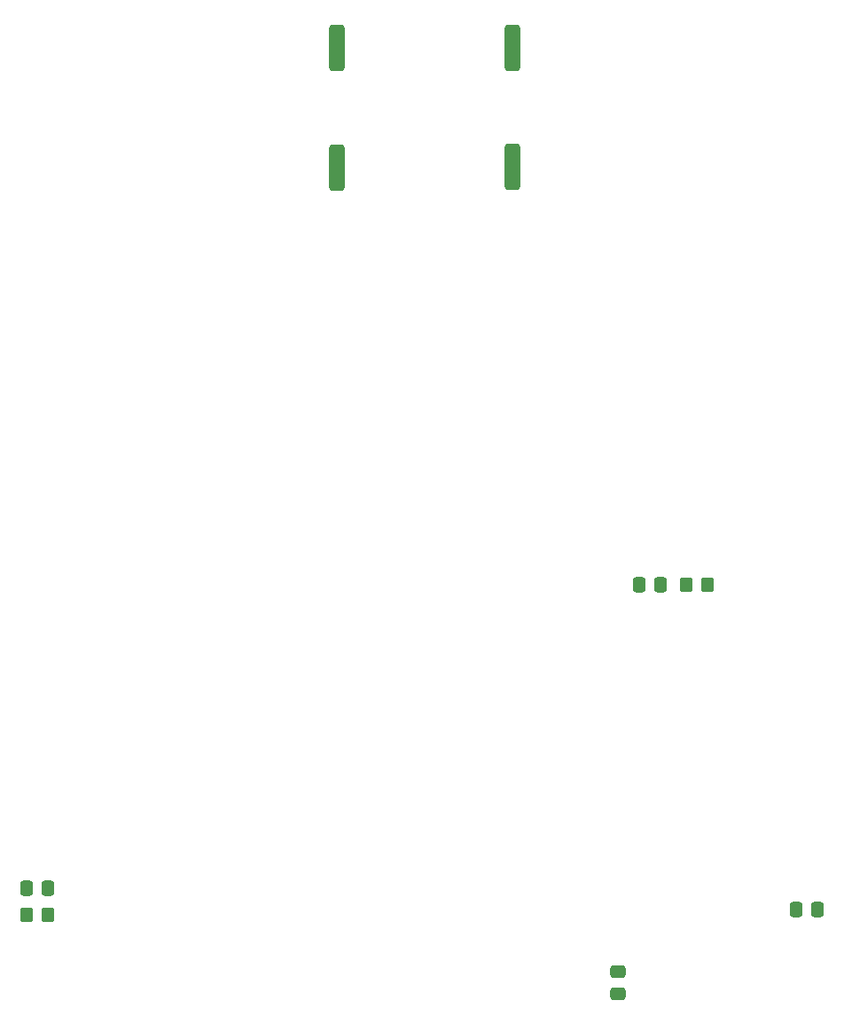
<source format=gtp>
G04 #@! TF.GenerationSoftware,KiCad,Pcbnew,(6.0.10)*
G04 #@! TF.CreationDate,2023-01-23T20:19:36+00:00*
G04 #@! TF.ProjectId,MaxDC,4d617844-432e-46b6-9963-61645f706362,rev?*
G04 #@! TF.SameCoordinates,Original*
G04 #@! TF.FileFunction,Paste,Top*
G04 #@! TF.FilePolarity,Positive*
%FSLAX46Y46*%
G04 Gerber Fmt 4.6, Leading zero omitted, Abs format (unit mm)*
G04 Created by KiCad (PCBNEW (6.0.10)) date 2023-01-23 20:19:36*
%MOMM*%
%LPD*%
G01*
G04 APERTURE LIST*
G04 Aperture macros list*
%AMRoundRect*
0 Rectangle with rounded corners*
0 $1 Rounding radius*
0 $2 $3 $4 $5 $6 $7 $8 $9 X,Y pos of 4 corners*
0 Add a 4 corners polygon primitive as box body*
4,1,4,$2,$3,$4,$5,$6,$7,$8,$9,$2,$3,0*
0 Add four circle primitives for the rounded corners*
1,1,$1+$1,$2,$3*
1,1,$1+$1,$4,$5*
1,1,$1+$1,$6,$7*
1,1,$1+$1,$8,$9*
0 Add four rect primitives between the rounded corners*
20,1,$1+$1,$2,$3,$4,$5,0*
20,1,$1+$1,$4,$5,$6,$7,0*
20,1,$1+$1,$6,$7,$8,$9,0*
20,1,$1+$1,$8,$9,$2,$3,0*%
G04 Aperture macros list end*
%ADD10RoundRect,0.250000X-0.337500X-0.475000X0.337500X-0.475000X0.337500X0.475000X-0.337500X0.475000X0*%
%ADD11RoundRect,0.250000X0.337500X0.475000X-0.337500X0.475000X-0.337500X-0.475000X0.337500X-0.475000X0*%
%ADD12RoundRect,0.381000X0.381000X-1.841500X0.381000X1.841500X-0.381000X1.841500X-0.381000X-1.841500X0*%
%ADD13RoundRect,0.250000X-0.475000X0.337500X-0.475000X-0.337500X0.475000X-0.337500X0.475000X0.337500X0*%
%ADD14RoundRect,0.250000X-0.350000X-0.450000X0.350000X-0.450000X0.350000X0.450000X-0.350000X0.450000X0*%
G04 APERTURE END LIST*
D10*
X164462500Y-106000000D03*
X166537500Y-106000000D03*
D11*
X108037500Y-135000000D03*
X105962500Y-135000000D03*
D12*
X135618000Y-54848500D03*
X135618000Y-66215000D03*
X152382000Y-66151500D03*
X152382000Y-54785000D03*
D11*
X181537500Y-137000000D03*
X179462500Y-137000000D03*
D13*
X162500000Y-142962500D03*
X162500000Y-145037500D03*
D14*
X169000000Y-106000000D03*
X171000000Y-106000000D03*
X106000000Y-137500000D03*
X108000000Y-137500000D03*
M02*

</source>
